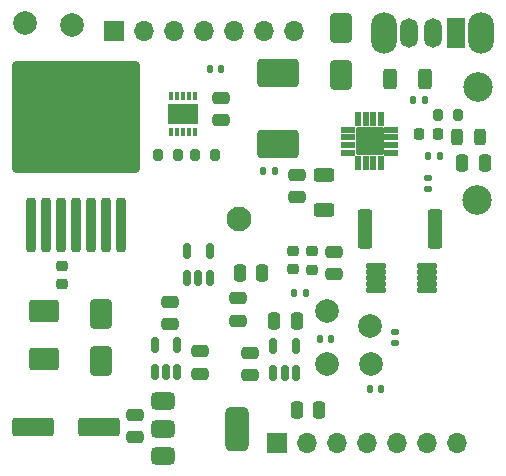
<source format=gbr>
%TF.GenerationSoftware,KiCad,Pcbnew,9.0.0*%
%TF.CreationDate,2026-01-02T12:21:10+01:00*%
%TF.ProjectId,PowerSupply,506f7765-7253-4757-9070-6c792e6b6963,rev?*%
%TF.SameCoordinates,Original*%
%TF.FileFunction,Soldermask,Top*%
%TF.FilePolarity,Negative*%
%FSLAX46Y46*%
G04 Gerber Fmt 4.6, Leading zero omitted, Abs format (unit mm)*
G04 Created by KiCad (PCBNEW 9.0.0) date 2026-01-02 12:21:10*
%MOMM*%
%LPD*%
G01*
G04 APERTURE LIST*
G04 Aperture macros list*
%AMRoundRect*
0 Rectangle with rounded corners*
0 $1 Rounding radius*
0 $2 $3 $4 $5 $6 $7 $8 $9 X,Y pos of 4 corners*
0 Add a 4 corners polygon primitive as box body*
4,1,4,$2,$3,$4,$5,$6,$7,$8,$9,$2,$3,0*
0 Add four circle primitives for the rounded corners*
1,1,$1+$1,$2,$3*
1,1,$1+$1,$4,$5*
1,1,$1+$1,$6,$7*
1,1,$1+$1,$8,$9*
0 Add four rect primitives between the rounded corners*
20,1,$1+$1,$2,$3,$4,$5,0*
20,1,$1+$1,$4,$5,$6,$7,0*
20,1,$1+$1,$6,$7,$8,$9,0*
20,1,$1+$1,$8,$9,$2,$3,0*%
G04 Aperture macros list end*
%ADD10RoundRect,0.250000X-0.650000X1.000000X-0.650000X-1.000000X0.650000X-1.000000X0.650000X1.000000X0*%
%ADD11RoundRect,0.150000X0.150000X-0.512500X0.150000X0.512500X-0.150000X0.512500X-0.150000X-0.512500X0*%
%ADD12RoundRect,0.140000X0.170000X-0.140000X0.170000X0.140000X-0.170000X0.140000X-0.170000X-0.140000X0*%
%ADD13RoundRect,0.250000X0.250000X0.475000X-0.250000X0.475000X-0.250000X-0.475000X0.250000X-0.475000X0*%
%ADD14RoundRect,0.065500X-0.196500X0.541500X-0.196500X-0.541500X0.196500X-0.541500X0.196500X0.541500X0*%
%ADD15RoundRect,0.065500X-0.541500X0.196500X-0.541500X-0.196500X0.541500X-0.196500X0.541500X0.196500X0*%
%ADD16RoundRect,0.102000X-1.050000X1.050000X-1.050000X-1.050000X1.050000X-1.050000X1.050000X1.050000X0*%
%ADD17RoundRect,0.250000X0.475000X-0.250000X0.475000X0.250000X-0.475000X0.250000X-0.475000X-0.250000X0*%
%ADD18RoundRect,0.060500X-0.776500X-0.181500X0.776500X-0.181500X0.776500X0.181500X-0.776500X0.181500X0*%
%ADD19C,2.000000*%
%ADD20RoundRect,0.250000X-0.475000X0.250000X-0.475000X-0.250000X0.475000X-0.250000X0.475000X0.250000X0*%
%ADD21RoundRect,0.250000X1.500000X-0.925000X1.500000X0.925000X-1.500000X0.925000X-1.500000X-0.925000X0*%
%ADD22RoundRect,0.140000X0.140000X0.170000X-0.140000X0.170000X-0.140000X-0.170000X0.140000X-0.170000X0*%
%ADD23C,2.500000*%
%ADD24RoundRect,0.140000X-0.140000X-0.170000X0.140000X-0.170000X0.140000X0.170000X-0.140000X0.170000X0*%
%ADD25RoundRect,0.375000X-0.625000X-0.375000X0.625000X-0.375000X0.625000X0.375000X-0.625000X0.375000X0*%
%ADD26RoundRect,0.500000X-0.500000X-1.400000X0.500000X-1.400000X0.500000X1.400000X-0.500000X1.400000X0*%
%ADD27RoundRect,0.243750X-0.243750X-0.456250X0.243750X-0.456250X0.243750X0.456250X-0.243750X0.456250X0*%
%ADD28RoundRect,0.250000X-1.000000X0.700000X-1.000000X-0.700000X1.000000X-0.700000X1.000000X0.700000X0*%
%ADD29RoundRect,0.218750X-0.218750X-0.256250X0.218750X-0.256250X0.218750X0.256250X-0.218750X0.256250X0*%
%ADD30RoundRect,0.200000X0.200000X-2.100000X0.200000X2.100000X-0.200000X2.100000X-0.200000X-2.100000X0*%
%ADD31RoundRect,0.250002X5.149998X-4.449998X5.149998X4.449998X-5.149998X4.449998X-5.149998X-4.449998X0*%
%ADD32RoundRect,0.225000X-0.250000X0.225000X-0.250000X-0.225000X0.250000X-0.225000X0.250000X0.225000X0*%
%ADD33RoundRect,0.250000X0.362500X1.425000X-0.362500X1.425000X-0.362500X-1.425000X0.362500X-1.425000X0*%
%ADD34R,1.700000X1.700000*%
%ADD35O,1.700000X1.700000*%
%ADD36RoundRect,0.200000X-0.200000X-0.275000X0.200000X-0.275000X0.200000X0.275000X-0.200000X0.275000X0*%
%ADD37RoundRect,0.250000X-0.250000X-0.475000X0.250000X-0.475000X0.250000X0.475000X-0.250000X0.475000X0*%
%ADD38RoundRect,0.250000X-1.500000X-0.550000X1.500000X-0.550000X1.500000X0.550000X-1.500000X0.550000X0*%
%ADD39RoundRect,0.200000X0.200000X0.275000X-0.200000X0.275000X-0.200000X-0.275000X0.200000X-0.275000X0*%
%ADD40C,2.100000*%
%ADD41RoundRect,0.250000X-0.625000X0.312500X-0.625000X-0.312500X0.625000X-0.312500X0.625000X0.312500X0*%
%ADD42RoundRect,0.250000X-0.312500X-0.625000X0.312500X-0.625000X0.312500X0.625000X-0.312500X0.625000X0*%
%ADD43RoundRect,0.225000X0.250000X-0.225000X0.250000X0.225000X-0.250000X0.225000X-0.250000X-0.225000X0*%
%ADD44O,2.200000X3.500000*%
%ADD45R,1.500000X2.500000*%
%ADD46O,1.500000X2.500000*%
%ADD47RoundRect,0.140000X-0.170000X0.140000X-0.170000X-0.140000X0.170000X-0.140000X0.170000X0.140000X0*%
%ADD48R,0.300000X0.800000*%
%ADD49R,2.500000X1.800000*%
%ADD50RoundRect,0.250000X0.650000X-1.000000X0.650000X1.000000X-0.650000X1.000000X-0.650000X-1.000000X0*%
G04 APERTURE END LIST*
D10*
%TO.C,D1*%
X472810000Y-314700000D03*
X472810000Y-318700000D03*
%TD*%
D11*
%TO.C,U4*%
X487380000Y-319660000D03*
X488330000Y-319660000D03*
X489280000Y-319660000D03*
X489280000Y-317385000D03*
X487380000Y-317385000D03*
%TD*%
D12*
%TO.C,C40*%
X500500000Y-304100000D03*
X500500000Y-303140000D03*
%TD*%
D13*
%TO.C,C138*%
X489365000Y-315275000D03*
X487465000Y-315275000D03*
%TD*%
D14*
%TO.C,U1*%
X496490000Y-298195000D03*
X495840000Y-298195000D03*
X495190000Y-298195000D03*
X494540000Y-298195000D03*
D15*
X493655000Y-299080000D03*
X493655000Y-299730000D03*
X493655000Y-300380000D03*
X493655000Y-301030000D03*
D14*
X494540000Y-301915000D03*
X495190000Y-301915000D03*
X495840000Y-301915000D03*
X496490000Y-301915000D03*
D15*
X497375000Y-301030000D03*
X497375000Y-300380000D03*
X497375000Y-299730000D03*
X497375000Y-299080000D03*
D16*
X495515000Y-300055000D03*
%TD*%
D17*
%TO.C,C66*%
X478595000Y-315540000D03*
X478595000Y-313640000D03*
%TD*%
D18*
%TO.C,U10*%
X496090000Y-310655000D03*
X496090000Y-311155000D03*
X496090000Y-311655000D03*
X496090000Y-312155000D03*
X496090000Y-312655000D03*
X500390000Y-312655000D03*
X500390000Y-312155000D03*
X500390000Y-311655000D03*
X500390000Y-311155000D03*
X500390000Y-310655000D03*
%TD*%
D19*
%TO.C,TP20*%
X470330000Y-290170000D03*
%TD*%
D20*
%TO.C,C141*%
X475660000Y-323225000D03*
X475660000Y-325125000D03*
%TD*%
D21*
%TO.C,L2*%
X487730000Y-300320000D03*
X487730000Y-294270000D03*
%TD*%
D13*
%TO.C,C67*%
X486420000Y-311215000D03*
X484520000Y-311215000D03*
%TD*%
D19*
%TO.C,TP17*%
X491875000Y-318895000D03*
%TD*%
D22*
%TO.C,C21*%
X487485000Y-302535000D03*
X486525000Y-302535000D03*
%TD*%
D23*
%TO.C,TP18*%
X504725000Y-295490000D03*
%TD*%
D24*
%TO.C,C19*%
X495515000Y-320995000D03*
X496475000Y-320995000D03*
%TD*%
D25*
%TO.C,U11*%
X478005000Y-322085000D03*
X478005000Y-324385000D03*
D26*
X484305000Y-324385000D03*
D25*
X478005000Y-326685000D03*
%TD*%
D23*
%TO.C,TP10*%
X504590000Y-304990000D03*
%TD*%
D22*
%TO.C,C43*%
X482965000Y-293945000D03*
X482005000Y-293945000D03*
%TD*%
%TO.C,C15*%
X490115000Y-312900000D03*
X489155000Y-312900000D03*
%TD*%
D20*
%TO.C,C65*%
X481180000Y-317845000D03*
X481180000Y-319745000D03*
%TD*%
D27*
%TO.C,D6*%
X502952500Y-299735000D03*
X504827500Y-299735000D03*
%TD*%
D28*
%TO.C,L1*%
X467985000Y-314420000D03*
X467985000Y-318520000D03*
%TD*%
D29*
%TO.C,D7*%
X499742500Y-299475000D03*
X501317500Y-299475000D03*
%TD*%
D17*
%TO.C,C64*%
X484355000Y-315265000D03*
X484355000Y-313365000D03*
%TD*%
D30*
%TO.C,U9*%
X466870000Y-307130000D03*
X468140000Y-307130000D03*
X469410000Y-307130000D03*
X470680000Y-307130000D03*
X471950000Y-307130000D03*
X473220000Y-307130000D03*
X474490000Y-307130000D03*
D31*
X470680000Y-297980000D03*
%TD*%
D19*
%TO.C,TP19*%
X495625000Y-318900000D03*
%TD*%
D32*
%TO.C,C36*%
X490640000Y-309370000D03*
X490640000Y-310920000D03*
%TD*%
D33*
%TO.C,R25*%
X501092500Y-307505000D03*
X495167500Y-307505000D03*
%TD*%
D20*
%TO.C,C39*%
X489375000Y-302890000D03*
X489375000Y-304790000D03*
%TD*%
D34*
%TO.C,J2*%
X487650000Y-325605000D03*
D35*
X490190000Y-325605000D03*
X492730000Y-325605000D03*
X495270000Y-325605000D03*
X497810000Y-325605000D03*
X500350000Y-325605000D03*
X502890000Y-325605000D03*
%TD*%
D24*
%TO.C,C42*%
X500505000Y-301290000D03*
X501465000Y-301290000D03*
%TD*%
D36*
%TO.C,R23*%
X501340000Y-297865000D03*
X502990000Y-297865000D03*
%TD*%
D11*
%TO.C,U2*%
X480075000Y-311630000D03*
X481025000Y-311630000D03*
X481975000Y-311630000D03*
X481975000Y-309355000D03*
X480075000Y-309355000D03*
%TD*%
D37*
%TO.C,C41*%
X503375000Y-301905000D03*
X505275000Y-301905000D03*
%TD*%
D38*
%TO.C,C37*%
X467000000Y-324285000D03*
X472600000Y-324285000D03*
%TD*%
D32*
%TO.C,C38*%
X489045000Y-309345000D03*
X489045000Y-310895000D03*
%TD*%
D39*
%TO.C,R19*%
X479295000Y-301230000D03*
X477645000Y-301230000D03*
%TD*%
D40*
%TO.C,REF\u002A\u002A*%
X484430000Y-306630000D03*
%TD*%
D37*
%TO.C,C4*%
X489345000Y-322825000D03*
X491245000Y-322825000D03*
%TD*%
D20*
%TO.C,C137*%
X485425000Y-317962500D03*
X485425000Y-319862500D03*
%TD*%
D22*
%TO.C,C12*%
X500195000Y-296535000D03*
X499235000Y-296535000D03*
%TD*%
D41*
%TO.C,R13*%
X491625000Y-302932500D03*
X491625000Y-305857500D03*
%TD*%
D34*
%TO.C,J1*%
X473860000Y-290680000D03*
D35*
X476400000Y-290680000D03*
X478940000Y-290680000D03*
X481480000Y-290680000D03*
X484020000Y-290680000D03*
X486560000Y-290680000D03*
X489100000Y-290680000D03*
%TD*%
D20*
%TO.C,C5*%
X492535000Y-309425000D03*
X492535000Y-311325000D03*
%TD*%
D11*
%TO.C,U3*%
X477327500Y-319592500D03*
X478277500Y-319592500D03*
X479227500Y-319592500D03*
X479227500Y-317317500D03*
X477327500Y-317317500D03*
%TD*%
D36*
%TO.C,R20*%
X480745000Y-301210000D03*
X482395000Y-301210000D03*
%TD*%
D19*
%TO.C,TP16*%
X491875000Y-314395000D03*
%TD*%
D42*
%TO.C,R14*%
X497270000Y-294810000D03*
X500195000Y-294810000D03*
%TD*%
D43*
%TO.C,C22*%
X469450000Y-312140000D03*
X469450000Y-310590000D03*
%TD*%
D19*
%TO.C,TP13*%
X495540000Y-315690000D03*
%TD*%
D44*
%TO.C,SW1*%
X504960000Y-290880000D03*
X496760000Y-290880000D03*
D45*
X502860000Y-290880000D03*
D46*
X500860000Y-290880000D03*
X498860000Y-290880000D03*
%TD*%
D47*
%TO.C,C20*%
X497645000Y-316210000D03*
X497645000Y-317170000D03*
%TD*%
D20*
%TO.C,C44*%
X482900000Y-296390000D03*
X482900000Y-298290000D03*
%TD*%
D19*
%TO.C,TP14*%
X466310000Y-290015000D03*
%TD*%
D24*
%TO.C,C16*%
X491325000Y-316770000D03*
X492285000Y-316770000D03*
%TD*%
D48*
%TO.C,IC1*%
X480727500Y-296265000D03*
X480227500Y-296265000D03*
X479727500Y-296265000D03*
X479227500Y-296265000D03*
X478727500Y-296265000D03*
X478727500Y-299265000D03*
X479227500Y-299265000D03*
X479727500Y-299265000D03*
X480227500Y-299265000D03*
X480727500Y-299265000D03*
D49*
X479727500Y-297765000D03*
%TD*%
D50*
%TO.C,D5*%
X493140000Y-294435000D03*
X493140000Y-290435000D03*
%TD*%
M02*

</source>
